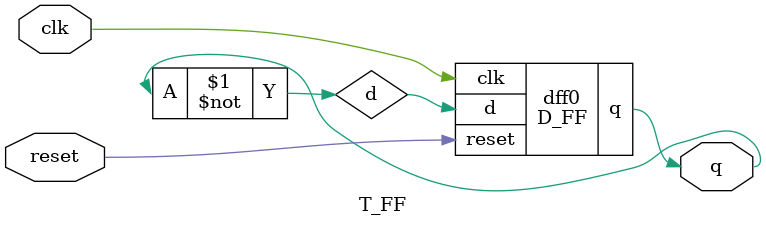
<source format=v>
module RIPPLE_C(q, clk, reset); 
output [3:0] q;
input clk, reset;
T_FF tffo(q[0], clk, reset); 
T_FF tff1(q[1], q[0], reset); 
T_FF tff2(q[2], q[1], reset); 
T_FF tff3(q[3], q[2], reset); 
endmodule

module D_FF(q, d, clk, reset); 
output q;
input d, clk, reset;
reg q;
always @(posedge reset or negedge clk)
 if (reset)
q = 1'b0;
 else
q = d;
endmodule

module T_FF(q, clk, reset);
output q;
input clk, reset;
wire d;
D_FF dff0(q, d, clk, reset);
not n1(d, q);
endmodule
</source>
